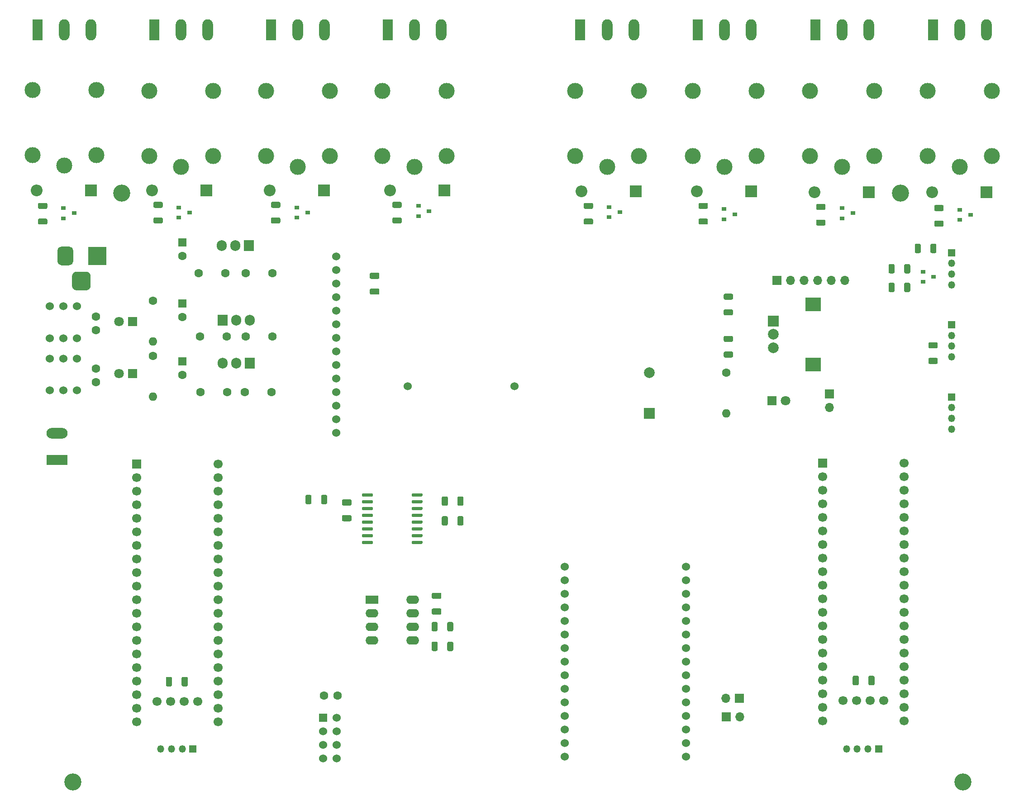
<source format=gts>
G04 #@! TF.GenerationSoftware,KiCad,Pcbnew,(5.1.8)-1*
G04 #@! TF.CreationDate,2022-01-18T19:37:17+01:00*
G04 #@! TF.ProjectId,free_michelle_v1_0,66726565-5f6d-4696-9368-656c6c655f76,v1.0*
G04 #@! TF.SameCoordinates,Original*
G04 #@! TF.FileFunction,Soldermask,Top*
G04 #@! TF.FilePolarity,Negative*
%FSLAX46Y46*%
G04 Gerber Fmt 4.6, Leading zero omitted, Abs format (unit mm)*
G04 Created by KiCad (PCBNEW (5.1.8)-1) date 2022-01-18 19:37:17*
%MOMM*%
%LPD*%
G01*
G04 APERTURE LIST*
%ADD10C,3.200000*%
%ADD11O,1.905000X2.000000*%
%ADD12R,1.905000X2.000000*%
%ADD13O,1.700000X1.700000*%
%ADD14R,1.700000X1.700000*%
%ADD15C,1.700000*%
%ADD16C,1.600000*%
%ADD17O,1.350000X1.350000*%
%ADD18R,1.350000X1.350000*%
%ADD19C,2.000000*%
%ADD20R,2.000000X2.000000*%
%ADD21R,1.600000X1.600000*%
%ADD22C,1.524000*%
%ADD23C,1.800000*%
%ADD24R,1.800000X1.800000*%
%ADD25O,2.200000X2.200000*%
%ADD26R,2.200000X2.200000*%
%ADD27O,1.980000X3.960000*%
%ADD28R,1.980000X3.960000*%
%ADD29O,3.960000X1.980000*%
%ADD30R,3.960000X1.980000*%
%ADD31R,3.500000X3.500000*%
%ADD32C,3.000000*%
%ADD33R,0.900000X0.800000*%
%ADD34O,1.600000X1.600000*%
%ADD35R,3.000000X2.500000*%
%ADD36O,2.400000X1.600000*%
%ADD37R,2.400000X1.600000*%
%ADD38R,1.524000X1.524000*%
G04 APERTURE END LIST*
D10*
X189420000Y-52760000D03*
X43660000Y-52760000D03*
X34540000Y-163020000D03*
X201060000Y-163020000D03*
D11*
X62550000Y-84590000D03*
X65090000Y-84590000D03*
D12*
X67630000Y-84590000D03*
D11*
X62420000Y-62540000D03*
X64960000Y-62540000D03*
D12*
X67500000Y-62540000D03*
D13*
X179000000Y-69100000D03*
X176460000Y-69100000D03*
X173920000Y-69100000D03*
X171380000Y-69100000D03*
X168840000Y-69100000D03*
D14*
X166300000Y-69100000D03*
D15*
X50310000Y-147950000D03*
X52850000Y-147950000D03*
X55390000Y-147950000D03*
X57930000Y-147950000D03*
X61740000Y-103500000D03*
D14*
X46500000Y-103500000D03*
D15*
X61740000Y-106040000D03*
X46500000Y-106040000D03*
X61740000Y-108580000D03*
X46500000Y-108580000D03*
X61740000Y-111120000D03*
X46500000Y-111120000D03*
X61740000Y-113660000D03*
X46500000Y-113660000D03*
X61740000Y-116200000D03*
X46500000Y-116200000D03*
X61740000Y-118740000D03*
X46500000Y-118740000D03*
X61740000Y-121280000D03*
X46500000Y-121280000D03*
X61740000Y-123820000D03*
X46500000Y-123820000D03*
X61740000Y-126360000D03*
X46500000Y-126360000D03*
X61740000Y-128900000D03*
X46500000Y-128900000D03*
X61740000Y-131440000D03*
X46500000Y-131440000D03*
X61740000Y-133980000D03*
X46500000Y-133980000D03*
X61740000Y-136520000D03*
X46500000Y-136520000D03*
X61740000Y-139060000D03*
X46500000Y-139060000D03*
X61740000Y-141600000D03*
X46500000Y-141600000D03*
X61740000Y-144140000D03*
X46500000Y-144140000D03*
X61740000Y-146680000D03*
X46500000Y-146680000D03*
X61740000Y-149220000D03*
X46500000Y-149220000D03*
X61740000Y-151760000D03*
X46500000Y-151760000D03*
D16*
X38890000Y-78360000D03*
X38890000Y-75860000D03*
X38890000Y-88100000D03*
X38890000Y-85600000D03*
G36*
G01*
X196125001Y-81800000D02*
X194874999Y-81800000D01*
G75*
G02*
X194625000Y-81550001I0J249999D01*
G01*
X194625000Y-80924999D01*
G75*
G02*
X194874999Y-80675000I249999J0D01*
G01*
X196125001Y-80675000D01*
G75*
G02*
X196375000Y-80924999I0J-249999D01*
G01*
X196375000Y-81550001D01*
G75*
G02*
X196125001Y-81800000I-249999J0D01*
G01*
G37*
G36*
G01*
X196125001Y-84725000D02*
X194874999Y-84725000D01*
G75*
G02*
X194625000Y-84475001I0J249999D01*
G01*
X194625000Y-83849999D01*
G75*
G02*
X194874999Y-83600000I249999J0D01*
G01*
X196125001Y-83600000D01*
G75*
G02*
X196375000Y-83849999I0J-249999D01*
G01*
X196375000Y-84475001D01*
G75*
G02*
X196125001Y-84725000I-249999J0D01*
G01*
G37*
D17*
X199000000Y-69900000D03*
X199000000Y-67900000D03*
X199000000Y-65900000D03*
D18*
X199000000Y-63900000D03*
D17*
X199000000Y-83400000D03*
X199000000Y-81400000D03*
X199000000Y-79400000D03*
D18*
X199000000Y-77400000D03*
D19*
X142400000Y-86400000D03*
D20*
X142400000Y-94000000D03*
G36*
G01*
X85149999Y-113025000D02*
X86450001Y-113025000D01*
G75*
G02*
X86700000Y-113274999I0J-249999D01*
G01*
X86700000Y-113925001D01*
G75*
G02*
X86450001Y-114175000I-249999J0D01*
G01*
X85149999Y-114175000D01*
G75*
G02*
X84900000Y-113925001I0J249999D01*
G01*
X84900000Y-113274999D01*
G75*
G02*
X85149999Y-113025000I249999J0D01*
G01*
G37*
G36*
G01*
X85149999Y-110075000D02*
X86450001Y-110075000D01*
G75*
G02*
X86700000Y-110324999I0J-249999D01*
G01*
X86700000Y-110975001D01*
G75*
G02*
X86450001Y-111225000I-249999J0D01*
G01*
X85149999Y-111225000D01*
G75*
G02*
X84900000Y-110975001I0J249999D01*
G01*
X84900000Y-110324999D01*
G75*
G02*
X85149999Y-110075000I249999J0D01*
G01*
G37*
G36*
G01*
X54900000Y-144850001D02*
X54900000Y-143549999D01*
G75*
G02*
X55149999Y-143300000I249999J0D01*
G01*
X55800001Y-143300000D01*
G75*
G02*
X56050000Y-143549999I0J-249999D01*
G01*
X56050000Y-144850001D01*
G75*
G02*
X55800001Y-145100000I-249999J0D01*
G01*
X55149999Y-145100000D01*
G75*
G02*
X54900000Y-144850001I0J249999D01*
G01*
G37*
G36*
G01*
X51950000Y-144850001D02*
X51950000Y-143549999D01*
G75*
G02*
X52199999Y-143300000I249999J0D01*
G01*
X52850001Y-143300000D01*
G75*
G02*
X53100000Y-143549999I0J-249999D01*
G01*
X53100000Y-144850001D01*
G75*
G02*
X52850001Y-145100000I-249999J0D01*
G01*
X52199999Y-145100000D01*
G75*
G02*
X51950000Y-144850001I0J249999D01*
G01*
G37*
G36*
G01*
X103250001Y-128700000D02*
X101949999Y-128700000D01*
G75*
G02*
X101700000Y-128450001I0J249999D01*
G01*
X101700000Y-127799999D01*
G75*
G02*
X101949999Y-127550000I249999J0D01*
G01*
X103250001Y-127550000D01*
G75*
G02*
X103500000Y-127799999I0J-249999D01*
G01*
X103500000Y-128450001D01*
G75*
G02*
X103250001Y-128700000I-249999J0D01*
G01*
G37*
G36*
G01*
X103250001Y-131650000D02*
X101949999Y-131650000D01*
G75*
G02*
X101700000Y-131400001I0J249999D01*
G01*
X101700000Y-130749999D01*
G75*
G02*
X101949999Y-130500000I249999J0D01*
G01*
X103250001Y-130500000D01*
G75*
G02*
X103500000Y-130749999I0J-249999D01*
G01*
X103500000Y-131400001D01*
G75*
G02*
X103250001Y-131650000I-249999J0D01*
G01*
G37*
G36*
G01*
X91650001Y-68800000D02*
X90349999Y-68800000D01*
G75*
G02*
X90100000Y-68550001I0J249999D01*
G01*
X90100000Y-67899999D01*
G75*
G02*
X90349999Y-67650000I249999J0D01*
G01*
X91650001Y-67650000D01*
G75*
G02*
X91900000Y-67899999I0J-249999D01*
G01*
X91900000Y-68550001D01*
G75*
G02*
X91650001Y-68800000I-249999J0D01*
G01*
G37*
G36*
G01*
X91650001Y-71750000D02*
X90349999Y-71750000D01*
G75*
G02*
X90100000Y-71500001I0J249999D01*
G01*
X90100000Y-70849999D01*
G75*
G02*
X90349999Y-70600000I249999J0D01*
G01*
X91650001Y-70600000D01*
G75*
G02*
X91900000Y-70849999I0J-249999D01*
G01*
X91900000Y-71500001D01*
G75*
G02*
X91650001Y-71750000I-249999J0D01*
G01*
G37*
D16*
X81540000Y-146800000D03*
X84040000Y-146800000D03*
G36*
G01*
X183400000Y-144650001D02*
X183400000Y-143349999D01*
G75*
G02*
X183649999Y-143100000I249999J0D01*
G01*
X184300001Y-143100000D01*
G75*
G02*
X184550000Y-143349999I0J-249999D01*
G01*
X184550000Y-144650001D01*
G75*
G02*
X184300001Y-144900000I-249999J0D01*
G01*
X183649999Y-144900000D01*
G75*
G02*
X183400000Y-144650001I0J249999D01*
G01*
G37*
G36*
G01*
X180450000Y-144650001D02*
X180450000Y-143349999D01*
G75*
G02*
X180699999Y-143100000I249999J0D01*
G01*
X181350001Y-143100000D01*
G75*
G02*
X181600000Y-143349999I0J-249999D01*
G01*
X181600000Y-144650001D01*
G75*
G02*
X181350001Y-144900000I-249999J0D01*
G01*
X180699999Y-144900000D01*
G75*
G02*
X180450000Y-144650001I0J249999D01*
G01*
G37*
X55000000Y-64510000D03*
D21*
X55000000Y-62010000D03*
D16*
X58100000Y-67700000D03*
X63100000Y-67700000D03*
X55000000Y-75920000D03*
D21*
X55000000Y-73420000D03*
D16*
X71900000Y-67700000D03*
X66900000Y-67700000D03*
X58300000Y-79600000D03*
X63300000Y-79600000D03*
X55000000Y-86760000D03*
D21*
X55000000Y-84260000D03*
D16*
X58400000Y-90000000D03*
X63400000Y-90000000D03*
X71900000Y-79600000D03*
X66900000Y-79600000D03*
X71700000Y-90000000D03*
X66700000Y-90000000D03*
D22*
X117200000Y-88900000D03*
X97200000Y-88910000D03*
X83800000Y-97580000D03*
X83800000Y-95040000D03*
X83800000Y-92500000D03*
X83800000Y-89960000D03*
X83800000Y-87420000D03*
X83800000Y-84880000D03*
X83800000Y-82340000D03*
X83800000Y-79800000D03*
X83800000Y-77260000D03*
X83800000Y-74720000D03*
X83800000Y-72180000D03*
X83800000Y-69640000D03*
X83800000Y-67100000D03*
X83800000Y-64560000D03*
D23*
X167940000Y-91600000D03*
D24*
X165400000Y-91600000D03*
D25*
X129740000Y-52400000D03*
D26*
X139900000Y-52400000D03*
D25*
X27740000Y-52200000D03*
D26*
X37900000Y-52200000D03*
D25*
X151340000Y-52400000D03*
D26*
X161500000Y-52400000D03*
D25*
X49340000Y-52200000D03*
D26*
X59500000Y-52200000D03*
D25*
X173340000Y-52600000D03*
D26*
X183500000Y-52600000D03*
D25*
X71340000Y-52200000D03*
D26*
X81500000Y-52200000D03*
D25*
X195340000Y-52600000D03*
D26*
X205500000Y-52600000D03*
D25*
X93940000Y-52200000D03*
D26*
X104100000Y-52200000D03*
D23*
X43160000Y-76800000D03*
D24*
X45700000Y-76800000D03*
D23*
X43160000Y-86500000D03*
D24*
X45700000Y-86500000D03*
D15*
X178610000Y-147750000D03*
X181150000Y-147750000D03*
X183690000Y-147750000D03*
X186230000Y-147750000D03*
X190040000Y-103300000D03*
D14*
X174800000Y-103300000D03*
D15*
X190040000Y-105840000D03*
X174800000Y-105840000D03*
X190040000Y-108380000D03*
X174800000Y-108380000D03*
X190040000Y-110920000D03*
X174800000Y-110920000D03*
X190040000Y-113460000D03*
X174800000Y-113460000D03*
X190040000Y-116000000D03*
X174800000Y-116000000D03*
X190040000Y-118540000D03*
X174800000Y-118540000D03*
X190040000Y-121080000D03*
X174800000Y-121080000D03*
X190040000Y-123620000D03*
X174800000Y-123620000D03*
X190040000Y-126160000D03*
X174800000Y-126160000D03*
X190040000Y-128700000D03*
X174800000Y-128700000D03*
X190040000Y-131240000D03*
X174800000Y-131240000D03*
X190040000Y-133780000D03*
X174800000Y-133780000D03*
X190040000Y-136320000D03*
X174800000Y-136320000D03*
X190040000Y-138860000D03*
X174800000Y-138860000D03*
X190040000Y-141400000D03*
X174800000Y-141400000D03*
X190040000Y-143940000D03*
X174800000Y-143940000D03*
X190040000Y-146480000D03*
X174800000Y-146480000D03*
X190040000Y-149020000D03*
X174800000Y-149020000D03*
X190040000Y-151560000D03*
X174800000Y-151560000D03*
D13*
X159340000Y-150800000D03*
D14*
X156800000Y-150800000D03*
D13*
X156760000Y-147300000D03*
D14*
X159300000Y-147300000D03*
D17*
X51000000Y-156800000D03*
X53000000Y-156800000D03*
X55000000Y-156800000D03*
D18*
X57000000Y-156800000D03*
D27*
X139500000Y-22200000D03*
X134500000Y-22200000D03*
D28*
X129500000Y-22200000D03*
D27*
X37960000Y-22200000D03*
X32960000Y-22200000D03*
D28*
X27960000Y-22200000D03*
D27*
X161500000Y-22200000D03*
X156500000Y-22200000D03*
D28*
X151500000Y-22200000D03*
D27*
X59806666Y-22200000D03*
X54806666Y-22200000D03*
D28*
X49806666Y-22200000D03*
D17*
X179300000Y-156800000D03*
X181300000Y-156800000D03*
X183300000Y-156800000D03*
D18*
X185300000Y-156800000D03*
D17*
X199000000Y-96900000D03*
X199000000Y-94900000D03*
X199000000Y-92900000D03*
D18*
X199000000Y-90900000D03*
D27*
X183500000Y-22200000D03*
X178500000Y-22200000D03*
D28*
X173500000Y-22200000D03*
D27*
X81653332Y-22200000D03*
X76653332Y-22200000D03*
D28*
X71653332Y-22200000D03*
D13*
X176100000Y-92840000D03*
D14*
X176100000Y-90300000D03*
D27*
X205500000Y-22200000D03*
X200500000Y-22200000D03*
D28*
X195500000Y-22200000D03*
D27*
X103500000Y-22200000D03*
X98500000Y-22200000D03*
D28*
X93500000Y-22200000D03*
D29*
X31600000Y-97700000D03*
D30*
X31600000Y-102700000D03*
G36*
G01*
X34380000Y-70075000D02*
X34380000Y-68325000D01*
G75*
G02*
X35255000Y-67450000I875000J0D01*
G01*
X37005000Y-67450000D01*
G75*
G02*
X37880000Y-68325000I0J-875000D01*
G01*
X37880000Y-70075000D01*
G75*
G02*
X37005000Y-70950000I-875000J0D01*
G01*
X35255000Y-70950000D01*
G75*
G02*
X34380000Y-70075000I0J875000D01*
G01*
G37*
G36*
G01*
X31630000Y-65500000D02*
X31630000Y-63500000D01*
G75*
G02*
X32380000Y-62750000I750000J0D01*
G01*
X33880000Y-62750000D01*
G75*
G02*
X34630000Y-63500000I0J-750000D01*
G01*
X34630000Y-65500000D01*
G75*
G02*
X33880000Y-66250000I-750000J0D01*
G01*
X32380000Y-66250000D01*
G75*
G02*
X31630000Y-65500000I0J750000D01*
G01*
G37*
D31*
X39130000Y-64500000D03*
D32*
X134500000Y-47800000D03*
X128500000Y-45800000D03*
X128500000Y-33600000D03*
X140500000Y-33600000D03*
X140500000Y-45800000D03*
X32980000Y-47600000D03*
X26980000Y-45600000D03*
X26980000Y-33400000D03*
X38980000Y-33400000D03*
X38980000Y-45600000D03*
X156500000Y-47800000D03*
X150500000Y-45800000D03*
X150500000Y-33600000D03*
X162500000Y-33600000D03*
X162500000Y-45800000D03*
X54820000Y-47800000D03*
X48820000Y-45800000D03*
X48820000Y-33600000D03*
X60820000Y-33600000D03*
X60820000Y-45800000D03*
X178500000Y-47800000D03*
X172500000Y-45800000D03*
X172500000Y-33600000D03*
X184500000Y-33600000D03*
X184500000Y-45800000D03*
X76660000Y-47800000D03*
X70660000Y-45800000D03*
X70660000Y-33600000D03*
X82660000Y-33600000D03*
X82660000Y-45800000D03*
X200500000Y-47800000D03*
X194500000Y-45800000D03*
X194500000Y-33600000D03*
X206500000Y-33600000D03*
X206500000Y-45800000D03*
X98500000Y-47800000D03*
X92500000Y-45800000D03*
X92500000Y-33600000D03*
X104500000Y-33600000D03*
X104500000Y-45800000D03*
D33*
X136900000Y-56300000D03*
X134900000Y-57250000D03*
X134900000Y-55350000D03*
X34800000Y-56500000D03*
X32800000Y-57450000D03*
X32800000Y-55550000D03*
X158400000Y-56700000D03*
X156400000Y-57650000D03*
X156400000Y-55750000D03*
X56400000Y-56400000D03*
X54400000Y-57350000D03*
X54400000Y-55450000D03*
X195600000Y-68400000D03*
X193600000Y-69350000D03*
X193600000Y-67450000D03*
X180500000Y-56500000D03*
X178500000Y-57450000D03*
X178500000Y-55550000D03*
X78500000Y-56400000D03*
X76500000Y-57350000D03*
X76500000Y-55450000D03*
X202500000Y-56800000D03*
X200500000Y-57750000D03*
X200500000Y-55850000D03*
X101200000Y-56100000D03*
X99200000Y-57050000D03*
X99200000Y-55150000D03*
G36*
G01*
X81000000Y-110725001D02*
X81000000Y-109474999D01*
G75*
G02*
X81249999Y-109225000I249999J0D01*
G01*
X81875001Y-109225000D01*
G75*
G02*
X82125000Y-109474999I0J-249999D01*
G01*
X82125000Y-110725001D01*
G75*
G02*
X81875001Y-110975000I-249999J0D01*
G01*
X81249999Y-110975000D01*
G75*
G02*
X81000000Y-110725001I0J249999D01*
G01*
G37*
G36*
G01*
X78075000Y-110725001D02*
X78075000Y-109474999D01*
G75*
G02*
X78324999Y-109225000I249999J0D01*
G01*
X78950001Y-109225000D01*
G75*
G02*
X79200000Y-109474999I0J-249999D01*
G01*
X79200000Y-110725001D01*
G75*
G02*
X78950001Y-110975000I-249999J0D01*
G01*
X78324999Y-110975000D01*
G75*
G02*
X78075000Y-110725001I0J249999D01*
G01*
G37*
G36*
G01*
X106500000Y-114725001D02*
X106500000Y-113474999D01*
G75*
G02*
X106749999Y-113225000I249999J0D01*
G01*
X107375001Y-113225000D01*
G75*
G02*
X107625000Y-113474999I0J-249999D01*
G01*
X107625000Y-114725001D01*
G75*
G02*
X107375001Y-114975000I-249999J0D01*
G01*
X106749999Y-114975000D01*
G75*
G02*
X106500000Y-114725001I0J249999D01*
G01*
G37*
G36*
G01*
X103575000Y-114725001D02*
X103575000Y-113474999D01*
G75*
G02*
X103824999Y-113225000I249999J0D01*
G01*
X104450001Y-113225000D01*
G75*
G02*
X104700000Y-113474999I0J-249999D01*
G01*
X104700000Y-114725001D01*
G75*
G02*
X104450001Y-114975000I-249999J0D01*
G01*
X103824999Y-114975000D01*
G75*
G02*
X103575000Y-114725001I0J249999D01*
G01*
G37*
G36*
G01*
X106500000Y-111025001D02*
X106500000Y-109774999D01*
G75*
G02*
X106749999Y-109525000I249999J0D01*
G01*
X107375001Y-109525000D01*
G75*
G02*
X107625000Y-109774999I0J-249999D01*
G01*
X107625000Y-111025001D01*
G75*
G02*
X107375001Y-111275000I-249999J0D01*
G01*
X106749999Y-111275000D01*
G75*
G02*
X106500000Y-111025001I0J249999D01*
G01*
G37*
G36*
G01*
X103575000Y-111025001D02*
X103575000Y-109774999D01*
G75*
G02*
X103824999Y-109525000I249999J0D01*
G01*
X104450001Y-109525000D01*
G75*
G02*
X104700000Y-109774999I0J-249999D01*
G01*
X104700000Y-111025001D01*
G75*
G02*
X104450001Y-111275000I-249999J0D01*
G01*
X103824999Y-111275000D01*
G75*
G02*
X103575000Y-111025001I0J249999D01*
G01*
G37*
G36*
G01*
X102800000Y-133274999D02*
X102800000Y-134525001D01*
G75*
G02*
X102550001Y-134775000I-249999J0D01*
G01*
X101924999Y-134775000D01*
G75*
G02*
X101675000Y-134525001I0J249999D01*
G01*
X101675000Y-133274999D01*
G75*
G02*
X101924999Y-133025000I249999J0D01*
G01*
X102550001Y-133025000D01*
G75*
G02*
X102800000Y-133274999I0J-249999D01*
G01*
G37*
G36*
G01*
X105725000Y-133274999D02*
X105725000Y-134525001D01*
G75*
G02*
X105475001Y-134775000I-249999J0D01*
G01*
X104849999Y-134775000D01*
G75*
G02*
X104600000Y-134525001I0J249999D01*
G01*
X104600000Y-133274999D01*
G75*
G02*
X104849999Y-133025000I249999J0D01*
G01*
X105475001Y-133025000D01*
G75*
G02*
X105725000Y-133274999I0J-249999D01*
G01*
G37*
G36*
G01*
X102800000Y-136974999D02*
X102800000Y-138225001D01*
G75*
G02*
X102550001Y-138475000I-249999J0D01*
G01*
X101924999Y-138475000D01*
G75*
G02*
X101675000Y-138225001I0J249999D01*
G01*
X101675000Y-136974999D01*
G75*
G02*
X101924999Y-136725000I249999J0D01*
G01*
X102550001Y-136725000D01*
G75*
G02*
X102800000Y-136974999I0J-249999D01*
G01*
G37*
G36*
G01*
X105725000Y-136974999D02*
X105725000Y-138225001D01*
G75*
G02*
X105475001Y-138475000I-249999J0D01*
G01*
X104849999Y-138475000D01*
G75*
G02*
X104600000Y-138225001I0J249999D01*
G01*
X104600000Y-136974999D01*
G75*
G02*
X104849999Y-136725000I249999J0D01*
G01*
X105475001Y-136725000D01*
G75*
G02*
X105725000Y-136974999I0J-249999D01*
G01*
G37*
G36*
G01*
X156574999Y-74500000D02*
X157825001Y-74500000D01*
G75*
G02*
X158075000Y-74749999I0J-249999D01*
G01*
X158075000Y-75375001D01*
G75*
G02*
X157825001Y-75625000I-249999J0D01*
G01*
X156574999Y-75625000D01*
G75*
G02*
X156325000Y-75375001I0J249999D01*
G01*
X156325000Y-74749999D01*
G75*
G02*
X156574999Y-74500000I249999J0D01*
G01*
G37*
G36*
G01*
X156574999Y-71575000D02*
X157825001Y-71575000D01*
G75*
G02*
X158075000Y-71824999I0J-249999D01*
G01*
X158075000Y-72450001D01*
G75*
G02*
X157825001Y-72700000I-249999J0D01*
G01*
X156574999Y-72700000D01*
G75*
G02*
X156325000Y-72450001I0J249999D01*
G01*
X156325000Y-71824999D01*
G75*
G02*
X156574999Y-71575000I249999J0D01*
G01*
G37*
G36*
G01*
X157825001Y-80600000D02*
X156574999Y-80600000D01*
G75*
G02*
X156325000Y-80350001I0J249999D01*
G01*
X156325000Y-79724999D01*
G75*
G02*
X156574999Y-79475000I249999J0D01*
G01*
X157825001Y-79475000D01*
G75*
G02*
X158075000Y-79724999I0J-249999D01*
G01*
X158075000Y-80350001D01*
G75*
G02*
X157825001Y-80600000I-249999J0D01*
G01*
G37*
G36*
G01*
X157825001Y-83525000D02*
X156574999Y-83525000D01*
G75*
G02*
X156325000Y-83275001I0J249999D01*
G01*
X156325000Y-82649999D01*
G75*
G02*
X156574999Y-82400000I249999J0D01*
G01*
X157825001Y-82400000D01*
G75*
G02*
X158075000Y-82649999I0J-249999D01*
G01*
X158075000Y-83275001D01*
G75*
G02*
X157825001Y-83525000I-249999J0D01*
G01*
G37*
D34*
X156820000Y-94020000D03*
D16*
X156820000Y-86400000D03*
G36*
G01*
X131625001Y-55700000D02*
X130374999Y-55700000D01*
G75*
G02*
X130125000Y-55450001I0J249999D01*
G01*
X130125000Y-54824999D01*
G75*
G02*
X130374999Y-54575000I249999J0D01*
G01*
X131625001Y-54575000D01*
G75*
G02*
X131875000Y-54824999I0J-249999D01*
G01*
X131875000Y-55450001D01*
G75*
G02*
X131625001Y-55700000I-249999J0D01*
G01*
G37*
G36*
G01*
X131625001Y-58625000D02*
X130374999Y-58625000D01*
G75*
G02*
X130125000Y-58375001I0J249999D01*
G01*
X130125000Y-57749999D01*
G75*
G02*
X130374999Y-57500000I249999J0D01*
G01*
X131625001Y-57500000D01*
G75*
G02*
X131875000Y-57749999I0J-249999D01*
G01*
X131875000Y-58375001D01*
G75*
G02*
X131625001Y-58625000I-249999J0D01*
G01*
G37*
G36*
G01*
X29525001Y-55700000D02*
X28274999Y-55700000D01*
G75*
G02*
X28025000Y-55450001I0J249999D01*
G01*
X28025000Y-54824999D01*
G75*
G02*
X28274999Y-54575000I249999J0D01*
G01*
X29525001Y-54575000D01*
G75*
G02*
X29775000Y-54824999I0J-249999D01*
G01*
X29775000Y-55450001D01*
G75*
G02*
X29525001Y-55700000I-249999J0D01*
G01*
G37*
G36*
G01*
X29525001Y-58625000D02*
X28274999Y-58625000D01*
G75*
G02*
X28025000Y-58375001I0J249999D01*
G01*
X28025000Y-57749999D01*
G75*
G02*
X28274999Y-57500000I249999J0D01*
G01*
X29525001Y-57500000D01*
G75*
G02*
X29775000Y-57749999I0J-249999D01*
G01*
X29775000Y-58375001D01*
G75*
G02*
X29525001Y-58625000I-249999J0D01*
G01*
G37*
G36*
G01*
X153125001Y-55700000D02*
X151874999Y-55700000D01*
G75*
G02*
X151625000Y-55450001I0J249999D01*
G01*
X151625000Y-54824999D01*
G75*
G02*
X151874999Y-54575000I249999J0D01*
G01*
X153125001Y-54575000D01*
G75*
G02*
X153375000Y-54824999I0J-249999D01*
G01*
X153375000Y-55450001D01*
G75*
G02*
X153125001Y-55700000I-249999J0D01*
G01*
G37*
G36*
G01*
X153125001Y-58625000D02*
X151874999Y-58625000D01*
G75*
G02*
X151625000Y-58375001I0J249999D01*
G01*
X151625000Y-57749999D01*
G75*
G02*
X151874999Y-57500000I249999J0D01*
G01*
X153125001Y-57500000D01*
G75*
G02*
X153375000Y-57749999I0J-249999D01*
G01*
X153375000Y-58375001D01*
G75*
G02*
X153125001Y-58625000I-249999J0D01*
G01*
G37*
G36*
G01*
X51125001Y-55500000D02*
X49874999Y-55500000D01*
G75*
G02*
X49625000Y-55250001I0J249999D01*
G01*
X49625000Y-54624999D01*
G75*
G02*
X49874999Y-54375000I249999J0D01*
G01*
X51125001Y-54375000D01*
G75*
G02*
X51375000Y-54624999I0J-249999D01*
G01*
X51375000Y-55250001D01*
G75*
G02*
X51125001Y-55500000I-249999J0D01*
G01*
G37*
G36*
G01*
X51125001Y-58425000D02*
X49874999Y-58425000D01*
G75*
G02*
X49625000Y-58175001I0J249999D01*
G01*
X49625000Y-57549999D01*
G75*
G02*
X49874999Y-57300000I249999J0D01*
G01*
X51125001Y-57300000D01*
G75*
G02*
X51375000Y-57549999I0J-249999D01*
G01*
X51375000Y-58175001D01*
G75*
G02*
X51125001Y-58425000I-249999J0D01*
G01*
G37*
G36*
G01*
X188300000Y-69774999D02*
X188300000Y-71025001D01*
G75*
G02*
X188050001Y-71275000I-249999J0D01*
G01*
X187424999Y-71275000D01*
G75*
G02*
X187175000Y-71025001I0J249999D01*
G01*
X187175000Y-69774999D01*
G75*
G02*
X187424999Y-69525000I249999J0D01*
G01*
X188050001Y-69525000D01*
G75*
G02*
X188300000Y-69774999I0J-249999D01*
G01*
G37*
G36*
G01*
X191225000Y-69774999D02*
X191225000Y-71025001D01*
G75*
G02*
X190975001Y-71275000I-249999J0D01*
G01*
X190349999Y-71275000D01*
G75*
G02*
X190100000Y-71025001I0J249999D01*
G01*
X190100000Y-69774999D01*
G75*
G02*
X190349999Y-69525000I249999J0D01*
G01*
X190975001Y-69525000D01*
G75*
G02*
X191225000Y-69774999I0J-249999D01*
G01*
G37*
G36*
G01*
X188300000Y-66274999D02*
X188300000Y-67525001D01*
G75*
G02*
X188050001Y-67775000I-249999J0D01*
G01*
X187424999Y-67775000D01*
G75*
G02*
X187175000Y-67525001I0J249999D01*
G01*
X187175000Y-66274999D01*
G75*
G02*
X187424999Y-66025000I249999J0D01*
G01*
X188050001Y-66025000D01*
G75*
G02*
X188300000Y-66274999I0J-249999D01*
G01*
G37*
G36*
G01*
X191225000Y-66274999D02*
X191225000Y-67525001D01*
G75*
G02*
X190975001Y-67775000I-249999J0D01*
G01*
X190349999Y-67775000D01*
G75*
G02*
X190100000Y-67525001I0J249999D01*
G01*
X190100000Y-66274999D01*
G75*
G02*
X190349999Y-66025000I249999J0D01*
G01*
X190975001Y-66025000D01*
G75*
G02*
X191225000Y-66274999I0J-249999D01*
G01*
G37*
G36*
G01*
X193200000Y-62474999D02*
X193200000Y-63725001D01*
G75*
G02*
X192950001Y-63975000I-249999J0D01*
G01*
X192324999Y-63975000D01*
G75*
G02*
X192075000Y-63725001I0J249999D01*
G01*
X192075000Y-62474999D01*
G75*
G02*
X192324999Y-62225000I249999J0D01*
G01*
X192950001Y-62225000D01*
G75*
G02*
X193200000Y-62474999I0J-249999D01*
G01*
G37*
G36*
G01*
X196125000Y-62474999D02*
X196125000Y-63725001D01*
G75*
G02*
X195875001Y-63975000I-249999J0D01*
G01*
X195249999Y-63975000D01*
G75*
G02*
X195000000Y-63725001I0J249999D01*
G01*
X195000000Y-62474999D01*
G75*
G02*
X195249999Y-62225000I249999J0D01*
G01*
X195875001Y-62225000D01*
G75*
G02*
X196125000Y-62474999I0J-249999D01*
G01*
G37*
G36*
G01*
X175125001Y-55900000D02*
X173874999Y-55900000D01*
G75*
G02*
X173625000Y-55650001I0J249999D01*
G01*
X173625000Y-55024999D01*
G75*
G02*
X173874999Y-54775000I249999J0D01*
G01*
X175125001Y-54775000D01*
G75*
G02*
X175375000Y-55024999I0J-249999D01*
G01*
X175375000Y-55650001D01*
G75*
G02*
X175125001Y-55900000I-249999J0D01*
G01*
G37*
G36*
G01*
X175125001Y-58825000D02*
X173874999Y-58825000D01*
G75*
G02*
X173625000Y-58575001I0J249999D01*
G01*
X173625000Y-57949999D01*
G75*
G02*
X173874999Y-57700000I249999J0D01*
G01*
X175125001Y-57700000D01*
G75*
G02*
X175375000Y-57949999I0J-249999D01*
G01*
X175375000Y-58575001D01*
G75*
G02*
X175125001Y-58825000I-249999J0D01*
G01*
G37*
G36*
G01*
X73125001Y-55500000D02*
X71874999Y-55500000D01*
G75*
G02*
X71625000Y-55250001I0J249999D01*
G01*
X71625000Y-54624999D01*
G75*
G02*
X71874999Y-54375000I249999J0D01*
G01*
X73125001Y-54375000D01*
G75*
G02*
X73375000Y-54624999I0J-249999D01*
G01*
X73375000Y-55250001D01*
G75*
G02*
X73125001Y-55500000I-249999J0D01*
G01*
G37*
G36*
G01*
X73125001Y-58425000D02*
X71874999Y-58425000D01*
G75*
G02*
X71625000Y-58175001I0J249999D01*
G01*
X71625000Y-57549999D01*
G75*
G02*
X71874999Y-57300000I249999J0D01*
G01*
X73125001Y-57300000D01*
G75*
G02*
X73375000Y-57549999I0J-249999D01*
G01*
X73375000Y-58175001D01*
G75*
G02*
X73125001Y-58425000I-249999J0D01*
G01*
G37*
G36*
G01*
X197225001Y-56100000D02*
X195974999Y-56100000D01*
G75*
G02*
X195725000Y-55850001I0J249999D01*
G01*
X195725000Y-55224999D01*
G75*
G02*
X195974999Y-54975000I249999J0D01*
G01*
X197225001Y-54975000D01*
G75*
G02*
X197475000Y-55224999I0J-249999D01*
G01*
X197475000Y-55850001D01*
G75*
G02*
X197225001Y-56100000I-249999J0D01*
G01*
G37*
G36*
G01*
X197225001Y-59025000D02*
X195974999Y-59025000D01*
G75*
G02*
X195725000Y-58775001I0J249999D01*
G01*
X195725000Y-58149999D01*
G75*
G02*
X195974999Y-57900000I249999J0D01*
G01*
X197225001Y-57900000D01*
G75*
G02*
X197475000Y-58149999I0J-249999D01*
G01*
X197475000Y-58775001D01*
G75*
G02*
X197225001Y-59025000I-249999J0D01*
G01*
G37*
G36*
G01*
X95825001Y-55500000D02*
X94574999Y-55500000D01*
G75*
G02*
X94325000Y-55250001I0J249999D01*
G01*
X94325000Y-54624999D01*
G75*
G02*
X94574999Y-54375000I249999J0D01*
G01*
X95825001Y-54375000D01*
G75*
G02*
X96075000Y-54624999I0J-249999D01*
G01*
X96075000Y-55250001D01*
G75*
G02*
X95825001Y-55500000I-249999J0D01*
G01*
G37*
G36*
G01*
X95825001Y-58425000D02*
X94574999Y-58425000D01*
G75*
G02*
X94325000Y-58175001I0J249999D01*
G01*
X94325000Y-57549999D01*
G75*
G02*
X94574999Y-57300000I249999J0D01*
G01*
X95825001Y-57300000D01*
G75*
G02*
X96075000Y-57549999I0J-249999D01*
G01*
X96075000Y-58175001D01*
G75*
G02*
X95825001Y-58425000I-249999J0D01*
G01*
G37*
D34*
X49500000Y-80520000D03*
D16*
X49500000Y-72900000D03*
D34*
X49500000Y-90820000D03*
D16*
X49500000Y-83200000D03*
D20*
X165600000Y-76700000D03*
D19*
X165600000Y-79200000D03*
X165600000Y-81700000D03*
D35*
X173100000Y-73600000D03*
X173100000Y-84800000D03*
D22*
X35300000Y-79900000D03*
X35300000Y-73900000D03*
X32800000Y-79900000D03*
X32800000Y-73900000D03*
X30200000Y-79900000D03*
X30200000Y-73900000D03*
X35300000Y-89700000D03*
X35300000Y-83700000D03*
X32800000Y-89700000D03*
X32800000Y-83700000D03*
X30200000Y-89700000D03*
X30200000Y-83700000D03*
D36*
X98120000Y-128900000D03*
X90500000Y-136520000D03*
X98120000Y-131440000D03*
X90500000Y-133980000D03*
X98120000Y-133980000D03*
X90500000Y-131440000D03*
X98120000Y-136520000D03*
D37*
X90500000Y-128900000D03*
D22*
X149280000Y-158205000D03*
X149280000Y-155665000D03*
X149280000Y-153125000D03*
X149280000Y-150585000D03*
X149280000Y-148045000D03*
X149280000Y-145505000D03*
X149280000Y-142965000D03*
X149280000Y-140425000D03*
X149280000Y-137885000D03*
X149280000Y-135345000D03*
X149280000Y-132805000D03*
X149280000Y-130265000D03*
X149280000Y-127725000D03*
X149280000Y-125185000D03*
X149280000Y-122645000D03*
X126620000Y-158205000D03*
X126620000Y-155665000D03*
X126620000Y-153125000D03*
X126620000Y-150585000D03*
X126620000Y-148045000D03*
X126620000Y-145505000D03*
X126620000Y-142965000D03*
X126620000Y-140425000D03*
X126620000Y-137885000D03*
X126620000Y-135345000D03*
X126620000Y-132805000D03*
X126620000Y-130265000D03*
X126620000Y-127725000D03*
X126620000Y-125185000D03*
X126620000Y-122645000D03*
G36*
G01*
X97925000Y-109405000D02*
X97925000Y-109105000D01*
G75*
G02*
X98075000Y-108955000I150000J0D01*
G01*
X99825000Y-108955000D01*
G75*
G02*
X99975000Y-109105000I0J-150000D01*
G01*
X99975000Y-109405000D01*
G75*
G02*
X99825000Y-109555000I-150000J0D01*
G01*
X98075000Y-109555000D01*
G75*
G02*
X97925000Y-109405000I0J150000D01*
G01*
G37*
G36*
G01*
X97925000Y-110675000D02*
X97925000Y-110375000D01*
G75*
G02*
X98075000Y-110225000I150000J0D01*
G01*
X99825000Y-110225000D01*
G75*
G02*
X99975000Y-110375000I0J-150000D01*
G01*
X99975000Y-110675000D01*
G75*
G02*
X99825000Y-110825000I-150000J0D01*
G01*
X98075000Y-110825000D01*
G75*
G02*
X97925000Y-110675000I0J150000D01*
G01*
G37*
G36*
G01*
X97925000Y-111945000D02*
X97925000Y-111645000D01*
G75*
G02*
X98075000Y-111495000I150000J0D01*
G01*
X99825000Y-111495000D01*
G75*
G02*
X99975000Y-111645000I0J-150000D01*
G01*
X99975000Y-111945000D01*
G75*
G02*
X99825000Y-112095000I-150000J0D01*
G01*
X98075000Y-112095000D01*
G75*
G02*
X97925000Y-111945000I0J150000D01*
G01*
G37*
G36*
G01*
X97925000Y-113215000D02*
X97925000Y-112915000D01*
G75*
G02*
X98075000Y-112765000I150000J0D01*
G01*
X99825000Y-112765000D01*
G75*
G02*
X99975000Y-112915000I0J-150000D01*
G01*
X99975000Y-113215000D01*
G75*
G02*
X99825000Y-113365000I-150000J0D01*
G01*
X98075000Y-113365000D01*
G75*
G02*
X97925000Y-113215000I0J150000D01*
G01*
G37*
G36*
G01*
X97925000Y-114485000D02*
X97925000Y-114185000D01*
G75*
G02*
X98075000Y-114035000I150000J0D01*
G01*
X99825000Y-114035000D01*
G75*
G02*
X99975000Y-114185000I0J-150000D01*
G01*
X99975000Y-114485000D01*
G75*
G02*
X99825000Y-114635000I-150000J0D01*
G01*
X98075000Y-114635000D01*
G75*
G02*
X97925000Y-114485000I0J150000D01*
G01*
G37*
G36*
G01*
X97925000Y-115755000D02*
X97925000Y-115455000D01*
G75*
G02*
X98075000Y-115305000I150000J0D01*
G01*
X99825000Y-115305000D01*
G75*
G02*
X99975000Y-115455000I0J-150000D01*
G01*
X99975000Y-115755000D01*
G75*
G02*
X99825000Y-115905000I-150000J0D01*
G01*
X98075000Y-115905000D01*
G75*
G02*
X97925000Y-115755000I0J150000D01*
G01*
G37*
G36*
G01*
X97925000Y-117025000D02*
X97925000Y-116725000D01*
G75*
G02*
X98075000Y-116575000I150000J0D01*
G01*
X99825000Y-116575000D01*
G75*
G02*
X99975000Y-116725000I0J-150000D01*
G01*
X99975000Y-117025000D01*
G75*
G02*
X99825000Y-117175000I-150000J0D01*
G01*
X98075000Y-117175000D01*
G75*
G02*
X97925000Y-117025000I0J150000D01*
G01*
G37*
G36*
G01*
X97925000Y-118295000D02*
X97925000Y-117995000D01*
G75*
G02*
X98075000Y-117845000I150000J0D01*
G01*
X99825000Y-117845000D01*
G75*
G02*
X99975000Y-117995000I0J-150000D01*
G01*
X99975000Y-118295000D01*
G75*
G02*
X99825000Y-118445000I-150000J0D01*
G01*
X98075000Y-118445000D01*
G75*
G02*
X97925000Y-118295000I0J150000D01*
G01*
G37*
G36*
G01*
X88625000Y-118295000D02*
X88625000Y-117995000D01*
G75*
G02*
X88775000Y-117845000I150000J0D01*
G01*
X90525000Y-117845000D01*
G75*
G02*
X90675000Y-117995000I0J-150000D01*
G01*
X90675000Y-118295000D01*
G75*
G02*
X90525000Y-118445000I-150000J0D01*
G01*
X88775000Y-118445000D01*
G75*
G02*
X88625000Y-118295000I0J150000D01*
G01*
G37*
G36*
G01*
X88625000Y-117025000D02*
X88625000Y-116725000D01*
G75*
G02*
X88775000Y-116575000I150000J0D01*
G01*
X90525000Y-116575000D01*
G75*
G02*
X90675000Y-116725000I0J-150000D01*
G01*
X90675000Y-117025000D01*
G75*
G02*
X90525000Y-117175000I-150000J0D01*
G01*
X88775000Y-117175000D01*
G75*
G02*
X88625000Y-117025000I0J150000D01*
G01*
G37*
G36*
G01*
X88625000Y-115755000D02*
X88625000Y-115455000D01*
G75*
G02*
X88775000Y-115305000I150000J0D01*
G01*
X90525000Y-115305000D01*
G75*
G02*
X90675000Y-115455000I0J-150000D01*
G01*
X90675000Y-115755000D01*
G75*
G02*
X90525000Y-115905000I-150000J0D01*
G01*
X88775000Y-115905000D01*
G75*
G02*
X88625000Y-115755000I0J150000D01*
G01*
G37*
G36*
G01*
X88625000Y-114485000D02*
X88625000Y-114185000D01*
G75*
G02*
X88775000Y-114035000I150000J0D01*
G01*
X90525000Y-114035000D01*
G75*
G02*
X90675000Y-114185000I0J-150000D01*
G01*
X90675000Y-114485000D01*
G75*
G02*
X90525000Y-114635000I-150000J0D01*
G01*
X88775000Y-114635000D01*
G75*
G02*
X88625000Y-114485000I0J150000D01*
G01*
G37*
G36*
G01*
X88625000Y-113215000D02*
X88625000Y-112915000D01*
G75*
G02*
X88775000Y-112765000I150000J0D01*
G01*
X90525000Y-112765000D01*
G75*
G02*
X90675000Y-112915000I0J-150000D01*
G01*
X90675000Y-113215000D01*
G75*
G02*
X90525000Y-113365000I-150000J0D01*
G01*
X88775000Y-113365000D01*
G75*
G02*
X88625000Y-113215000I0J150000D01*
G01*
G37*
G36*
G01*
X88625000Y-111945000D02*
X88625000Y-111645000D01*
G75*
G02*
X88775000Y-111495000I150000J0D01*
G01*
X90525000Y-111495000D01*
G75*
G02*
X90675000Y-111645000I0J-150000D01*
G01*
X90675000Y-111945000D01*
G75*
G02*
X90525000Y-112095000I-150000J0D01*
G01*
X88775000Y-112095000D01*
G75*
G02*
X88625000Y-111945000I0J150000D01*
G01*
G37*
G36*
G01*
X88625000Y-110675000D02*
X88625000Y-110375000D01*
G75*
G02*
X88775000Y-110225000I150000J0D01*
G01*
X90525000Y-110225000D01*
G75*
G02*
X90675000Y-110375000I0J-150000D01*
G01*
X90675000Y-110675000D01*
G75*
G02*
X90525000Y-110825000I-150000J0D01*
G01*
X88775000Y-110825000D01*
G75*
G02*
X88625000Y-110675000I0J150000D01*
G01*
G37*
G36*
G01*
X88625000Y-109405000D02*
X88625000Y-109105000D01*
G75*
G02*
X88775000Y-108955000I150000J0D01*
G01*
X90525000Y-108955000D01*
G75*
G02*
X90675000Y-109105000I0J-150000D01*
G01*
X90675000Y-109405000D01*
G75*
G02*
X90525000Y-109555000I-150000J0D01*
G01*
X88775000Y-109555000D01*
G75*
G02*
X88625000Y-109405000I0J150000D01*
G01*
G37*
X83940000Y-158620000D03*
X81400000Y-158620000D03*
X83940000Y-156080000D03*
X81400000Y-156080000D03*
X83940000Y-153540000D03*
X81400000Y-153540000D03*
X83940000Y-151000000D03*
D38*
X81400000Y-151000000D03*
D11*
X67680000Y-76500000D03*
X65140000Y-76500000D03*
D12*
X62600000Y-76500000D03*
M02*

</source>
